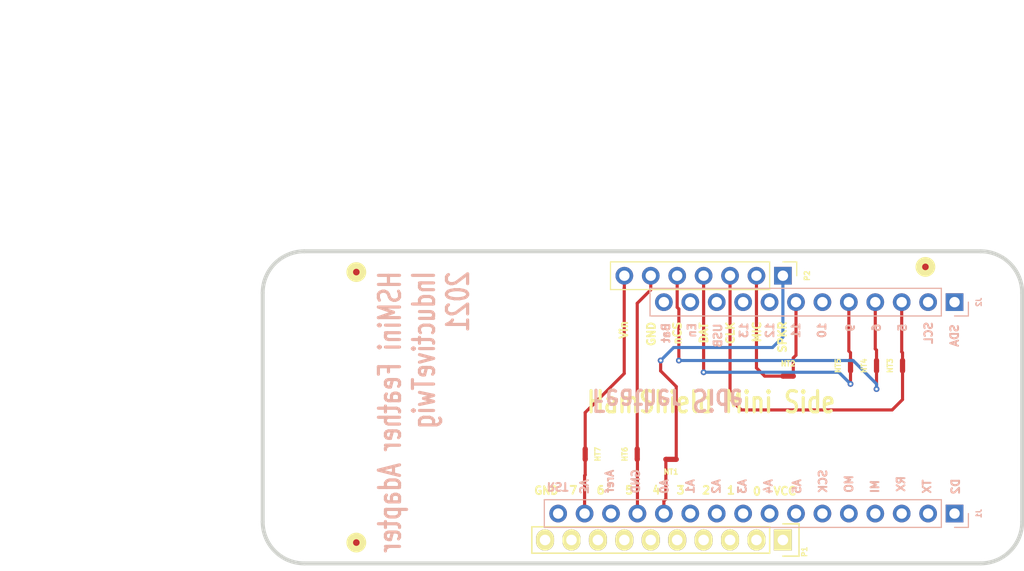
<source format=kicad_pcb>
(kicad_pcb (version 20171130) (host pcbnew "(5.1.2)-2")

  (general
    (thickness 1.6002)
    (drawings 58)
    (tracks 60)
    (zones 0)
    (modules 18)
    (nets 14)
  )

  (page A4)
  (layers
    (0 Front signal)
    (31 Back signal)
    (32 B.Adhes user)
    (33 F.Adhes user)
    (34 B.Paste user)
    (35 F.Paste user)
    (36 B.SilkS user)
    (37 F.SilkS user)
    (38 B.Mask user)
    (39 F.Mask user)
    (40 Dwgs.User user)
    (41 Cmts.User user)
    (42 Eco1.User user)
    (43 Eco2.User user)
    (44 Edge.Cuts user)
    (45 Margin user)
    (46 B.CrtYd user)
    (47 F.CrtYd user)
    (48 B.Fab user)
    (49 F.Fab user)
  )

  (setup
    (last_trace_width 0.3)
    (user_trace_width 0.14986)
    (user_trace_width 0.17526)
    (user_trace_width 0.20066)
    (user_trace_width 0.22606)
    (user_trace_width 0.24892)
    (user_trace_width 0.39878)
    (user_trace_width 0.45)
    (user_trace_width 0.5)
    (trace_clearance 0.20066)
    (zone_clearance 0.2)
    (zone_45_only yes)
    (trace_min 0.14986)
    (via_size 0.5588)
    (via_drill 0.254)
    (via_min_size 0.508)
    (via_min_drill 0.2032)
    (uvia_size 0.508)
    (uvia_drill 0.127)
    (uvias_allowed no)
    (uvia_min_size 0.508)
    (uvia_min_drill 0.127)
    (edge_width 0.381)
    (segment_width 0.381)
    (pcb_text_width 0.3048)
    (pcb_text_size 1.524 2.032)
    (mod_edge_width 0.15)
    (mod_text_size 0.5 0.5)
    (mod_text_width 0.125)
    (pad_size 0.8382 0.8382)
    (pad_drill 0.331)
    (pad_to_mask_clearance 0.125)
    (aux_axis_origin 73 150)
    (grid_origin 73 150)
    (visible_elements 7FFFFF7F)
    (pcbplotparams
      (layerselection 0x010fc_ffffffff)
      (usegerberextensions true)
      (usegerberattributes false)
      (usegerberadvancedattributes false)
      (creategerberjobfile false)
      (excludeedgelayer true)
      (linewidth 0.150000)
      (plotframeref false)
      (viasonmask false)
      (mode 1)
      (useauxorigin true)
      (hpglpennumber 1)
      (hpglpenspeed 20)
      (hpglpendiameter 15.000000)
      (psnegative false)
      (psa4output false)
      (plotreference true)
      (plotvalue false)
      (plotinvisibletext false)
      (padsonsilk true)
      (subtractmaskfromsilk true)
      (outputformat 1)
      (mirror false)
      (drillshape 0)
      (scaleselection 1)
      (outputdirectory "HSMiniFeatherAdapter_gerbers"))
  )

  (net 0 "")
  (net 1 GND)
  (net 2 VIN)
  (net 3 /nCS)
  (net 4 /DAT)
  (net 5 /CLK)
  (net 6 /PWM_AUDIO_IN)
  (net 7 /ARD_AUDIO_OUT)
  (net 8 /3V)
  (net 9 /A0)
  (net 10 /11)
  (net 11 /9)
  (net 12 /6)
  (net 13 /5)

  (net_class Default "This is the default net class."
    (clearance 0.20066)
    (trace_width 0.3)
    (via_dia 0.5588)
    (via_drill 0.254)
    (uvia_dia 0.508)
    (uvia_drill 0.127)
    (add_net /11)
    (add_net /3V)
    (add_net /5)
    (add_net /6)
    (add_net /9)
    (add_net /A0)
    (add_net /ARD_AUDIO_OUT)
    (add_net /CLK)
    (add_net /DAT)
    (add_net /PWM_AUDIO_IN)
    (add_net /nCS)
    (add_net GND)
    (add_net VIN)
  )

  (module Pin_Headers:Pin_Header_Straight_1x07_Pitch2.54mm (layer Front) (tedit 59650532) (tstamp 5FFE49AE)
    (at 123 122.35 270)
    (descr "Through hole straight pin header, 1x07, 2.54mm pitch, single row")
    (tags "Through hole pin header THT 1x07 2.54mm single row")
    (path /60005B46)
    (fp_text reference P2 (at 0 -2.33 90) (layer F.SilkS)
      (effects (font (size 0.5 0.5) (thickness 0.15)))
    )
    (fp_text value Conn_01x07 (at 0 17.57 90) (layer F.Fab)
      (effects (font (size 0.5 0.5) (thickness 0.15)))
    )
    (fp_text user %R (at 0 7.62) (layer F.Fab)
      (effects (font (size 0.5 0.5) (thickness 0.15)))
    )
    (fp_line (start 1.8 -1.8) (end -1.8 -1.8) (layer F.CrtYd) (width 0.05))
    (fp_line (start 1.8 17.05) (end 1.8 -1.8) (layer F.CrtYd) (width 0.05))
    (fp_line (start -1.8 17.05) (end 1.8 17.05) (layer F.CrtYd) (width 0.05))
    (fp_line (start -1.8 -1.8) (end -1.8 17.05) (layer F.CrtYd) (width 0.05))
    (fp_line (start -1.33 -1.33) (end 0 -1.33) (layer F.SilkS) (width 0.12))
    (fp_line (start -1.33 0) (end -1.33 -1.33) (layer F.SilkS) (width 0.12))
    (fp_line (start -1.33 1.27) (end 1.33 1.27) (layer F.SilkS) (width 0.12))
    (fp_line (start 1.33 1.27) (end 1.33 16.57) (layer F.SilkS) (width 0.12))
    (fp_line (start -1.33 1.27) (end -1.33 16.57) (layer F.SilkS) (width 0.12))
    (fp_line (start -1.33 16.57) (end 1.33 16.57) (layer F.SilkS) (width 0.12))
    (fp_line (start -1.27 -0.635) (end -0.635 -1.27) (layer F.Fab) (width 0.1))
    (fp_line (start -1.27 16.51) (end -1.27 -0.635) (layer F.Fab) (width 0.1))
    (fp_line (start 1.27 16.51) (end -1.27 16.51) (layer F.Fab) (width 0.1))
    (fp_line (start 1.27 -1.27) (end 1.27 16.51) (layer F.Fab) (width 0.1))
    (fp_line (start -0.635 -1.27) (end 1.27 -1.27) (layer F.Fab) (width 0.1))
    (pad 7 thru_hole oval (at 0 15.24 270) (size 1.7 1.7) (drill 1) (layers *.Cu *.Mask)
      (net 2 VIN))
    (pad 6 thru_hole oval (at 0 12.7 270) (size 1.7 1.7) (drill 1) (layers *.Cu *.Mask)
      (net 1 GND))
    (pad 5 thru_hole oval (at 0 10.16 270) (size 1.7 1.7) (drill 1) (layers *.Cu *.Mask)
      (net 3 /nCS))
    (pad 4 thru_hole oval (at 0 7.62 270) (size 1.7 1.7) (drill 1) (layers *.Cu *.Mask)
      (net 4 /DAT))
    (pad 3 thru_hole oval (at 0 5.08 270) (size 1.7 1.7) (drill 1) (layers *.Cu *.Mask)
      (net 5 /CLK))
    (pad 2 thru_hole oval (at 0 2.54 270) (size 1.7 1.7) (drill 1) (layers *.Cu *.Mask)
      (net 6 /PWM_AUDIO_IN))
    (pad 1 thru_hole rect (at 0 0 270) (size 1.7 1.7) (drill 1) (layers *.Cu *.Mask)
      (net 7 /ARD_AUDIO_OUT))
    (model ${KISYS3DMOD}/Pin_Headers.3dshapes/Pin_Header_Straight_1x07_Pitch2.54mm.wrl
      (at (xyz 0 0 0))
      (scale (xyz 1 1 1))
      (rotate (xyz 0 0 0))
    )
  )

  (module SparkFun:SparkFun-FIDUCIAL-1X2.5 (layer Front) (tedit 5A949DF6) (tstamp 560AD349)
    (at 136.7 121.5 270)
    (path /560ADEDD)
    (attr smd)
    (fp_text reference FD1 (at 0 0 270) (layer F.SilkS) hide
      (effects (font (size 0.5 0.5) (thickness 0.125)))
    )
    (fp_text value FIDUCIAL1X2.5 (at 0 0 270) (layer F.SilkS) hide
      (effects (font (size 0.5 0.5) (thickness 0.125)))
    )
    (fp_circle (center 0 0) (end -0.44958 0.44958) (layer F.SilkS) (width 0.635))
    (pad 1 smd circle (at 0 0 270) (size 0.99822 0.99822) (layers Front F.Paste F.Mask))
  )

  (module Pin_Headers:Pin_Header_Straight_1x10 locked (layer Front) (tedit 5A94950C) (tstamp 55BFE168)
    (at 123 147.75 270)
    (descr "Through hole pin header")
    (tags "pin header")
    (path /5B8C94D1)
    (fp_text reference P1 (at 1.135 -2.075 90) (layer F.SilkS)
      (effects (font (size 0.5 0.5) (thickness 0.125)))
    )
    (fp_text value Conn_01x10 (at 0 -3.1 270) (layer F.Fab)
      (effects (font (size 0.5 0.5) (thickness 0.125)))
    )
    (fp_line (start -1.75 -1.75) (end -1.75 24.65) (layer F.CrtYd) (width 0.05))
    (fp_line (start 1.75 -1.75) (end 1.75 24.65) (layer F.CrtYd) (width 0.05))
    (fp_line (start -1.75 -1.75) (end 1.75 -1.75) (layer F.CrtYd) (width 0.05))
    (fp_line (start -1.75 24.65) (end 1.75 24.65) (layer F.CrtYd) (width 0.05))
    (fp_line (start 1.27 1.27) (end 1.27 24.13) (layer F.SilkS) (width 0.15))
    (fp_line (start 1.27 24.13) (end -1.27 24.13) (layer F.SilkS) (width 0.15))
    (fp_line (start -1.27 24.13) (end -1.27 1.27) (layer F.SilkS) (width 0.15))
    (fp_line (start 1.55 -1.55) (end 1.55 0) (layer F.SilkS) (width 0.15))
    (fp_line (start 1.27 1.27) (end -1.27 1.27) (layer F.SilkS) (width 0.15))
    (fp_line (start -1.55 0) (end -1.55 -1.55) (layer F.SilkS) (width 0.15))
    (fp_line (start -1.55 -1.55) (end 1.55 -1.55) (layer F.SilkS) (width 0.15))
    (pad 1 thru_hole rect (at 0 0 270) (size 2.032 1.7272) (drill 1.016) (layers *.Cu *.Mask F.SilkS))
    (pad 2 thru_hole oval (at 0 2.54 270) (size 2.032 1.7272) (drill 1.016) (layers *.Cu *.Mask F.SilkS))
    (pad 3 thru_hole oval (at 0 5.08 270) (size 2.032 1.7272) (drill 1.016) (layers *.Cu *.Mask F.SilkS))
    (pad 4 thru_hole oval (at 0 7.62 270) (size 2.032 1.7272) (drill 1.016) (layers *.Cu *.Mask F.SilkS))
    (pad 5 thru_hole oval (at 0 10.16 270) (size 2.032 1.7272) (drill 1.016) (layers *.Cu *.Mask F.SilkS))
    (pad 6 thru_hole oval (at 0 12.7 270) (size 2.032 1.7272) (drill 1.016) (layers *.Cu *.Mask F.SilkS))
    (pad 7 thru_hole oval (at 0 15.24 270) (size 2.032 1.7272) (drill 1.016) (layers *.Cu *.Mask F.SilkS))
    (pad 8 thru_hole oval (at 0 17.78 270) (size 2.032 1.7272) (drill 1.016) (layers *.Cu *.Mask F.SilkS))
    (pad 9 thru_hole oval (at 0 20.32 270) (size 2.032 1.7272) (drill 1.016) (layers *.Cu *.Mask F.SilkS))
    (pad 10 thru_hole oval (at 0 22.86 270) (size 2.032 1.7272) (drill 1.016) (layers *.Cu *.Mask F.SilkS)
      (net 1 GND))
    (model Pin_Headers.3dshapes/Pin_Header_Straight_1x10.wrl
      (offset (xyz 0 -11.42999982833862 0))
      (scale (xyz 1 1 1))
      (rotate (xyz 0 0 90))
    )
  )

  (module SparkFun:SparkFun-FIDUCIAL-1X2.5 (layer Front) (tedit 5A949DF0) (tstamp 560AD34E)
    (at 82 148 90)
    (path /560AE065)
    (attr smd)
    (fp_text reference FD2 (at 0 0 90) (layer F.SilkS) hide
      (effects (font (size 0.5 0.5) (thickness 0.125)))
    )
    (fp_text value FIDUCIAL1X2.5 (at 0 0 90) (layer F.SilkS) hide
      (effects (font (size 0.5 0.5) (thickness 0.125)))
    )
    (fp_circle (center 0 0) (end -0.44958 0.44958) (layer F.SilkS) (width 0.635))
    (pad 1 smd circle (at -0.05 0 90) (size 0.99822 0.99822) (layers Front F.Paste F.Mask))
  )

  (module SparkFun:SparkFun-FIDUCIAL-1X2.5 (layer Front) (tedit 5A949DE7) (tstamp 59754243)
    (at 82 122)
    (path /59795BE7)
    (attr smd)
    (fp_text reference FD3 (at 0 0) (layer F.SilkS) hide
      (effects (font (size 0.5 0.5) (thickness 0.125)))
    )
    (fp_text value FIDUCIAL1X2.5 (at 0 0) (layer F.SilkS) hide
      (effects (font (size 0.5 0.5) (thickness 0.125)))
    )
    (fp_circle (center 0 0) (end -0.44958 0.44958) (layer F.SilkS) (width 0.635))
    (pad 1 smd circle (at 0 0) (size 0.99822 0.99822) (layers Front F.Paste F.Mask))
  )

  (module Mounting_Holes:MountingHole_3.2mm_M3 (layer Front) (tedit 5A94A04B) (tstamp 5A94EF95)
    (at 77 124)
    (descr "Mounting Hole 3.2mm, no annular, M3")
    (tags "mounting hole 3.2mm no annular m3")
    (path /5B8C9926)
    (attr virtual)
    (fp_text reference MK1 (at 0 -4.2) (layer F.SilkS) hide
      (effects (font (size 0.5 0.5) (thickness 0.125)))
    )
    (fp_text value MountingHole (at 0 4.2) (layer F.Fab)
      (effects (font (size 0.5 0.5) (thickness 0.125)))
    )
    (fp_text user %R (at 0.3 0) (layer F.Fab)
      (effects (font (size 0.5 0.5) (thickness 0.15)))
    )
    (fp_circle (center 0 0) (end 3.2 0) (layer Cmts.User) (width 0.15))
    (fp_circle (center 0 0) (end 3.45 0) (layer F.CrtYd) (width 0.05))
    (pad 1 np_thru_hole circle (at 0 0) (size 3.2 3.2) (drill 3.2) (layers *.Cu *.Mask))
  )

  (module Mounting_Holes:MountingHole_3.2mm_M3 (layer Front) (tedit 5A94A04F) (tstamp 5A94EF9A)
    (at 77 146)
    (descr "Mounting Hole 3.2mm, no annular, M3")
    (tags "mounting hole 3.2mm no annular m3")
    (path /5B8C9A7F)
    (attr virtual)
    (fp_text reference MK2 (at 0 -4.2) (layer F.SilkS) hide
      (effects (font (size 0.5 0.5) (thickness 0.125)))
    )
    (fp_text value MountingHole (at 0 4.2) (layer F.Fab)
      (effects (font (size 0.5 0.5) (thickness 0.125)))
    )
    (fp_text user %R (at 0.3 0) (layer F.Fab)
      (effects (font (size 0.5 0.5) (thickness 0.15)))
    )
    (fp_circle (center 0 0) (end 3.2 0) (layer Cmts.User) (width 0.15))
    (fp_circle (center 0 0) (end 3.45 0) (layer F.CrtYd) (width 0.05))
    (pad 1 np_thru_hole circle (at 0 0) (size 3.2 3.2) (drill 3.2) (layers *.Cu *.Mask))
  )

  (module Pin_Headers:Pin_Header_Straight_1x16_Pitch2.54mm (layer Back) (tedit 59650532) (tstamp 600482D0)
    (at 139.5 145.21 90)
    (descr "Through hole straight pin header, 1x16, 2.54mm pitch, single row")
    (tags "Through hole pin header THT 1x16 2.54mm single row")
    (path /6003B1DD)
    (fp_text reference J1 (at 0 2.33 90) (layer B.SilkS)
      (effects (font (size 0.5 0.5) (thickness 0.15)) (justify mirror))
    )
    (fp_text value Conn_01x16 (at 0 -40.43 90) (layer B.Fab)
      (effects (font (size 0.5 0.5) (thickness 0.15)) (justify mirror))
    )
    (fp_line (start -0.635 1.27) (end 1.27 1.27) (layer B.Fab) (width 0.1))
    (fp_line (start 1.27 1.27) (end 1.27 -39.37) (layer B.Fab) (width 0.1))
    (fp_line (start 1.27 -39.37) (end -1.27 -39.37) (layer B.Fab) (width 0.1))
    (fp_line (start -1.27 -39.37) (end -1.27 0.635) (layer B.Fab) (width 0.1))
    (fp_line (start -1.27 0.635) (end -0.635 1.27) (layer B.Fab) (width 0.1))
    (fp_line (start -1.33 -39.43) (end 1.33 -39.43) (layer B.SilkS) (width 0.12))
    (fp_line (start -1.33 -1.27) (end -1.33 -39.43) (layer B.SilkS) (width 0.12))
    (fp_line (start 1.33 -1.27) (end 1.33 -39.43) (layer B.SilkS) (width 0.12))
    (fp_line (start -1.33 -1.27) (end 1.33 -1.27) (layer B.SilkS) (width 0.12))
    (fp_line (start -1.33 0) (end -1.33 1.33) (layer B.SilkS) (width 0.12))
    (fp_line (start -1.33 1.33) (end 0 1.33) (layer B.SilkS) (width 0.12))
    (fp_line (start -1.8 1.8) (end -1.8 -39.9) (layer B.CrtYd) (width 0.05))
    (fp_line (start -1.8 -39.9) (end 1.8 -39.9) (layer B.CrtYd) (width 0.05))
    (fp_line (start 1.8 -39.9) (end 1.8 1.8) (layer B.CrtYd) (width 0.05))
    (fp_line (start 1.8 1.8) (end -1.8 1.8) (layer B.CrtYd) (width 0.05))
    (fp_text user %R (at 0 -19.05 180) (layer B.Fab)
      (effects (font (size 0.5 0.5) (thickness 0.15)) (justify mirror))
    )
    (pad 1 thru_hole rect (at 0 0 90) (size 1.7 1.7) (drill 1) (layers *.Cu *.Mask))
    (pad 2 thru_hole oval (at 0 -2.54 90) (size 1.7 1.7) (drill 1) (layers *.Cu *.Mask))
    (pad 3 thru_hole oval (at 0 -5.08 90) (size 1.7 1.7) (drill 1) (layers *.Cu *.Mask))
    (pad 4 thru_hole oval (at 0 -7.62 90) (size 1.7 1.7) (drill 1) (layers *.Cu *.Mask))
    (pad 5 thru_hole oval (at 0 -10.16 90) (size 1.7 1.7) (drill 1) (layers *.Cu *.Mask))
    (pad 6 thru_hole oval (at 0 -12.7 90) (size 1.7 1.7) (drill 1) (layers *.Cu *.Mask))
    (pad 7 thru_hole oval (at 0 -15.24 90) (size 1.7 1.7) (drill 1) (layers *.Cu *.Mask))
    (pad 8 thru_hole oval (at 0 -17.78 90) (size 1.7 1.7) (drill 1) (layers *.Cu *.Mask))
    (pad 9 thru_hole oval (at 0 -20.32 90) (size 1.7 1.7) (drill 1) (layers *.Cu *.Mask))
    (pad 10 thru_hole oval (at 0 -22.86 90) (size 1.7 1.7) (drill 1) (layers *.Cu *.Mask))
    (pad 11 thru_hole oval (at 0 -25.4 90) (size 1.7 1.7) (drill 1) (layers *.Cu *.Mask))
    (pad 12 thru_hole oval (at 0 -27.94 90) (size 1.7 1.7) (drill 1) (layers *.Cu *.Mask)
      (net 9 /A0))
    (pad 13 thru_hole oval (at 0 -30.48 90) (size 1.7 1.7) (drill 1) (layers *.Cu *.Mask)
      (net 1 GND))
    (pad 14 thru_hole oval (at 0 -33.02 90) (size 1.7 1.7) (drill 1) (layers *.Cu *.Mask))
    (pad 15 thru_hole oval (at 0 -35.56 90) (size 1.7 1.7) (drill 1) (layers *.Cu *.Mask)
      (net 8 /3V))
    (pad 16 thru_hole oval (at 0 -38.1 90) (size 1.7 1.7) (drill 1) (layers *.Cu *.Mask))
    (model ${KISYS3DMOD}/Pin_Headers.3dshapes/Pin_Header_Straight_1x16_Pitch2.54mm.wrl
      (at (xyz 0 0 0))
      (scale (xyz 1 1 1))
      (rotate (xyz 0 0 0))
    )
  )

  (module Pin_Headers:Pin_Header_Straight_1x12_Pitch2.54mm (layer Back) (tedit 59650532) (tstamp 60048899)
    (at 139.5 124.89 90)
    (descr "Through hole straight pin header, 1x12, 2.54mm pitch, single row")
    (tags "Through hole pin header THT 1x12 2.54mm single row")
    (path /60032B19)
    (fp_text reference J2 (at 0 2.33 90) (layer B.SilkS)
      (effects (font (size 0.5 0.5) (thickness 0.15)) (justify mirror))
    )
    (fp_text value Conn_01x12 (at 0 -30.27 90) (layer B.Fab)
      (effects (font (size 0.5 0.5) (thickness 0.15)) (justify mirror))
    )
    (fp_text user %R (at 0 -13.97 180) (layer B.Fab)
      (effects (font (size 0.5 0.5) (thickness 0.15)) (justify mirror))
    )
    (fp_line (start 1.8 1.8) (end -1.8 1.8) (layer B.CrtYd) (width 0.05))
    (fp_line (start 1.8 -29.75) (end 1.8 1.8) (layer B.CrtYd) (width 0.05))
    (fp_line (start -1.8 -29.75) (end 1.8 -29.75) (layer B.CrtYd) (width 0.05))
    (fp_line (start -1.8 1.8) (end -1.8 -29.75) (layer B.CrtYd) (width 0.05))
    (fp_line (start -1.33 1.33) (end 0 1.33) (layer B.SilkS) (width 0.12))
    (fp_line (start -1.33 0) (end -1.33 1.33) (layer B.SilkS) (width 0.12))
    (fp_line (start -1.33 -1.27) (end 1.33 -1.27) (layer B.SilkS) (width 0.12))
    (fp_line (start 1.33 -1.27) (end 1.33 -29.27) (layer B.SilkS) (width 0.12))
    (fp_line (start -1.33 -1.27) (end -1.33 -29.27) (layer B.SilkS) (width 0.12))
    (fp_line (start -1.33 -29.27) (end 1.33 -29.27) (layer B.SilkS) (width 0.12))
    (fp_line (start -1.27 0.635) (end -0.635 1.27) (layer B.Fab) (width 0.1))
    (fp_line (start -1.27 -29.21) (end -1.27 0.635) (layer B.Fab) (width 0.1))
    (fp_line (start 1.27 -29.21) (end -1.27 -29.21) (layer B.Fab) (width 0.1))
    (fp_line (start 1.27 1.27) (end 1.27 -29.21) (layer B.Fab) (width 0.1))
    (fp_line (start -0.635 1.27) (end 1.27 1.27) (layer B.Fab) (width 0.1))
    (pad 12 thru_hole oval (at 0 -27.94 90) (size 1.7 1.7) (drill 1) (layers *.Cu *.Mask))
    (pad 11 thru_hole oval (at 0 -25.4 90) (size 1.7 1.7) (drill 1) (layers *.Cu *.Mask))
    (pad 10 thru_hole oval (at 0 -22.86 90) (size 1.7 1.7) (drill 1) (layers *.Cu *.Mask))
    (pad 9 thru_hole oval (at 0 -20.32 90) (size 1.7 1.7) (drill 1) (layers *.Cu *.Mask))
    (pad 8 thru_hole oval (at 0 -17.78 90) (size 1.7 1.7) (drill 1) (layers *.Cu *.Mask))
    (pad 7 thru_hole oval (at 0 -15.24 90) (size 1.7 1.7) (drill 1) (layers *.Cu *.Mask)
      (net 10 /11))
    (pad 6 thru_hole oval (at 0 -12.7 90) (size 1.7 1.7) (drill 1) (layers *.Cu *.Mask))
    (pad 5 thru_hole oval (at 0 -10.16 90) (size 1.7 1.7) (drill 1) (layers *.Cu *.Mask)
      (net 11 /9))
    (pad 4 thru_hole oval (at 0 -7.62 90) (size 1.7 1.7) (drill 1) (layers *.Cu *.Mask)
      (net 12 /6))
    (pad 3 thru_hole oval (at 0 -5.08 90) (size 1.7 1.7) (drill 1) (layers *.Cu *.Mask)
      (net 13 /5))
    (pad 2 thru_hole oval (at 0 -2.54 90) (size 1.7 1.7) (drill 1) (layers *.Cu *.Mask))
    (pad 1 thru_hole rect (at 0 0 90) (size 1.7 1.7) (drill 1) (layers *.Cu *.Mask))
    (model ${KISYS3DMOD}/Pin_Headers.3dshapes/Pin_Header_Straight_1x12_Pitch2.54mm.wrl
      (at (xyz 0 0 0))
      (scale (xyz 1 1 1))
      (rotate (xyz 0 0 0))
    )
  )

  (module Mounting_Holes:MountingHole_3.2mm_M3 (layer Front) (tedit 56D1B4CB) (tstamp 60048EC6)
    (at 97.59 143.94)
    (descr "Mounting Hole 3.2mm, no annular, M3")
    (tags "mounting hole 3.2mm no annular m3")
    (path /6007DFA1)
    (attr virtual)
    (fp_text reference MK3 (at 0 -4.2) (layer F.SilkS) hide
      (effects (font (size 0.5 0.5) (thickness 0.15)))
    )
    (fp_text value MountingHole (at 0 4.2) (layer F.Fab)
      (effects (font (size 0.5 0.5) (thickness 0.15)))
    )
    (fp_circle (center 0 0) (end 3.45 0) (layer F.CrtYd) (width 0.05))
    (fp_circle (center 0 0) (end 3.2 0) (layer Cmts.User) (width 0.15))
    (fp_text user %R (at 0.3 0) (layer F.Fab)
      (effects (font (size 0.5 0.5) (thickness 0.15)))
    )
    (pad 1 np_thru_hole circle (at 0 0) (size 3.2 3.2) (drill 3.2) (layers *.Cu *.Mask))
  )

  (module Mounting_Holes:MountingHole_3.2mm_M3 (layer Front) (tedit 56D1B4CB) (tstamp 60048ECE)
    (at 97.59 127.43)
    (descr "Mounting Hole 3.2mm, no annular, M3")
    (tags "mounting hole 3.2mm no annular m3")
    (path /6007DFA7)
    (attr virtual)
    (fp_text reference MK4 (at 0 -4.2) (layer F.SilkS) hide
      (effects (font (size 0.5 0.5) (thickness 0.15)))
    )
    (fp_text value MountingHole (at 0 4.2) (layer F.Fab)
      (effects (font (size 0.5 0.5) (thickness 0.15)))
    )
    (fp_text user %R (at 0.3 0) (layer F.Fab)
      (effects (font (size 0.5 0.5) (thickness 0.15)))
    )
    (fp_circle (center 0 0) (end 3.2 0) (layer Cmts.User) (width 0.15))
    (fp_circle (center 0 0) (end 3.45 0) (layer F.CrtYd) (width 0.05))
    (pad 1 np_thru_hole circle (at 0 0) (size 3.2 3.2) (drill 3.2) (layers *.Cu *.Mask))
  )

  (module NetTie:NetTie-2_SMD_Pad0.5mm (layer Front) (tedit 5A1CF6D3) (tstamp 6005F798)
    (at 112.25 140 180)
    (descr "Net tie, 2 pin, 0.5mm square SMD pads")
    (tags "net tie")
    (path /6004AA15)
    (attr virtual)
    (fp_text reference NT1 (at 0 -1.2) (layer F.SilkS)
      (effects (font (size 0.5 0.5) (thickness 0.15)))
    )
    (fp_text value Net-Tie_2 (at 0 1.2) (layer F.Fab)
      (effects (font (size 0.5 0.5) (thickness 0.15)))
    )
    (fp_line (start -1 -0.5) (end -1 0.5) (layer F.CrtYd) (width 0.05))
    (fp_line (start -1 0.5) (end 1 0.5) (layer F.CrtYd) (width 0.05))
    (fp_line (start 1 0.5) (end 1 -0.5) (layer F.CrtYd) (width 0.05))
    (fp_line (start 1 -0.5) (end -1 -0.5) (layer F.CrtYd) (width 0.05))
    (fp_poly (pts (xy -0.5 -0.25) (xy 0.5 -0.25) (xy 0.5 0.25) (xy -0.5 0.25)) (layer Front) (width 0))
    (pad 2 smd circle (at 0.5 0 180) (size 0.5 0.5) (layers Front)
      (net 9 /A0))
    (pad 1 smd circle (at -0.5 0 180) (size 0.5 0.5) (layers Front)
      (net 7 /ARD_AUDIO_OUT))
  )

  (module NetTie:NetTie-2_SMD_Pad0.5mm (layer Front) (tedit 5A1CF6D3) (tstamp 6005F7A2)
    (at 123.5 132)
    (descr "Net tie, 2 pin, 0.5mm square SMD pads")
    (tags "net tie")
    (path /60040A10)
    (attr virtual)
    (fp_text reference NT2 (at 0 -1.2) (layer F.SilkS)
      (effects (font (size 0.5 0.5) (thickness 0.15)))
    )
    (fp_text value Net-Tie_2 (at 0 1.2) (layer F.Fab)
      (effects (font (size 0.5 0.5) (thickness 0.15)))
    )
    (fp_poly (pts (xy -0.5 -0.25) (xy 0.5 -0.25) (xy 0.5 0.25) (xy -0.5 0.25)) (layer Front) (width 0))
    (fp_line (start 1 -0.5) (end -1 -0.5) (layer F.CrtYd) (width 0.05))
    (fp_line (start 1 0.5) (end 1 -0.5) (layer F.CrtYd) (width 0.05))
    (fp_line (start -1 0.5) (end 1 0.5) (layer F.CrtYd) (width 0.05))
    (fp_line (start -1 -0.5) (end -1 0.5) (layer F.CrtYd) (width 0.05))
    (pad 1 smd circle (at -0.5 0) (size 0.5 0.5) (layers Front)
      (net 6 /PWM_AUDIO_IN))
    (pad 2 smd circle (at 0.5 0) (size 0.5 0.5) (layers Front)
      (net 10 /11))
  )

  (module NetTie:NetTie-2_SMD_Pad0.5mm (layer Front) (tedit 5A1CF6D3) (tstamp 6005F7AC)
    (at 134.5 131 90)
    (descr "Net tie, 2 pin, 0.5mm square SMD pads")
    (tags "net tie")
    (path /60043D10)
    (attr virtual)
    (fp_text reference NT3 (at 0 -1.2 90) (layer F.SilkS)
      (effects (font (size 0.5 0.5) (thickness 0.15)))
    )
    (fp_text value Net-Tie_2 (at 0 1.2 90) (layer F.Fab)
      (effects (font (size 0.5 0.5) (thickness 0.15)))
    )
    (fp_poly (pts (xy -0.5 -0.25) (xy 0.5 -0.25) (xy 0.5 0.25) (xy -0.5 0.25)) (layer Front) (width 0))
    (fp_line (start 1 -0.5) (end -1 -0.5) (layer F.CrtYd) (width 0.05))
    (fp_line (start 1 0.5) (end 1 -0.5) (layer F.CrtYd) (width 0.05))
    (fp_line (start -1 0.5) (end 1 0.5) (layer F.CrtYd) (width 0.05))
    (fp_line (start -1 -0.5) (end -1 0.5) (layer F.CrtYd) (width 0.05))
    (pad 1 smd circle (at -0.5 0 90) (size 0.5 0.5) (layers Front)
      (net 5 /CLK))
    (pad 2 smd circle (at 0.5 0 90) (size 0.5 0.5) (layers Front)
      (net 13 /5))
  )

  (module NetTie:NetTie-2_SMD_Pad0.5mm (layer Front) (tedit 5A1CF6D3) (tstamp 6005F7B6)
    (at 132 131 90)
    (descr "Net tie, 2 pin, 0.5mm square SMD pads")
    (tags "net tie")
    (path /600462AE)
    (attr virtual)
    (fp_text reference NT4 (at 0 -1.2 90) (layer F.SilkS)
      (effects (font (size 0.5 0.5) (thickness 0.15)))
    )
    (fp_text value Net-Tie_2 (at 0 1.2 90) (layer F.Fab)
      (effects (font (size 0.5 0.5) (thickness 0.15)))
    )
    (fp_line (start -1 -0.5) (end -1 0.5) (layer F.CrtYd) (width 0.05))
    (fp_line (start -1 0.5) (end 1 0.5) (layer F.CrtYd) (width 0.05))
    (fp_line (start 1 0.5) (end 1 -0.5) (layer F.CrtYd) (width 0.05))
    (fp_line (start 1 -0.5) (end -1 -0.5) (layer F.CrtYd) (width 0.05))
    (fp_poly (pts (xy -0.5 -0.25) (xy 0.5 -0.25) (xy 0.5 0.25) (xy -0.5 0.25)) (layer Front) (width 0))
    (pad 2 smd circle (at 0.5 0 90) (size 0.5 0.5) (layers Front)
      (net 12 /6))
    (pad 1 smd circle (at -0.5 0 90) (size 0.5 0.5) (layers Front)
      (net 3 /nCS))
  )

  (module NetTie:NetTie-2_SMD_Pad0.5mm (layer Front) (tedit 5A1CF6D3) (tstamp 6005F7C0)
    (at 129.5 131 90)
    (descr "Net tie, 2 pin, 0.5mm square SMD pads")
    (tags "net tie")
    (path /600462B6)
    (attr virtual)
    (fp_text reference NT5 (at 0 -1.2 90) (layer F.SilkS)
      (effects (font (size 0.5 0.5) (thickness 0.15)))
    )
    (fp_text value Net-Tie_2 (at 0 1.2 90) (layer F.Fab)
      (effects (font (size 0.5 0.5) (thickness 0.15)))
    )
    (fp_poly (pts (xy -0.5 -0.25) (xy 0.5 -0.25) (xy 0.5 0.25) (xy -0.5 0.25)) (layer Front) (width 0))
    (fp_line (start 1 -0.5) (end -1 -0.5) (layer F.CrtYd) (width 0.05))
    (fp_line (start 1 0.5) (end 1 -0.5) (layer F.CrtYd) (width 0.05))
    (fp_line (start -1 0.5) (end 1 0.5) (layer F.CrtYd) (width 0.05))
    (fp_line (start -1 -0.5) (end -1 0.5) (layer F.CrtYd) (width 0.05))
    (pad 1 smd circle (at -0.5 0 90) (size 0.5 0.5) (layers Front)
      (net 4 /DAT))
    (pad 2 smd circle (at 0.5 0 90) (size 0.5 0.5) (layers Front)
      (net 11 /9))
  )

  (module NetTie:NetTie-2_SMD_Pad0.5mm (layer Front) (tedit 5A1CF6D3) (tstamp 6005F7CA)
    (at 109 139.5 90)
    (descr "Net tie, 2 pin, 0.5mm square SMD pads")
    (tags "net tie")
    (path /60048607)
    (attr virtual)
    (fp_text reference NT6 (at 0 -1.2 90) (layer F.SilkS)
      (effects (font (size 0.5 0.5) (thickness 0.15)))
    )
    (fp_text value Net-Tie_2 (at 0 1.2 90) (layer F.Fab)
      (effects (font (size 0.5 0.5) (thickness 0.15)))
    )
    (fp_line (start -1 -0.5) (end -1 0.5) (layer F.CrtYd) (width 0.05))
    (fp_line (start -1 0.5) (end 1 0.5) (layer F.CrtYd) (width 0.05))
    (fp_line (start 1 0.5) (end 1 -0.5) (layer F.CrtYd) (width 0.05))
    (fp_line (start 1 -0.5) (end -1 -0.5) (layer F.CrtYd) (width 0.05))
    (fp_poly (pts (xy -0.5 -0.25) (xy 0.5 -0.25) (xy 0.5 0.25) (xy -0.5 0.25)) (layer Front) (width 0))
    (pad 2 smd circle (at 0.5 0 90) (size 0.5 0.5) (layers Front)
      (net 1 GND))
    (pad 1 smd circle (at -0.5 0 90) (size 0.5 0.5) (layers Front)
      (net 1 GND))
  )

  (module NetTie:NetTie-2_SMD_Pad0.5mm (layer Front) (tedit 5A1CF6D3) (tstamp 6005F7D4)
    (at 104 139.5 270)
    (descr "Net tie, 2 pin, 0.5mm square SMD pads")
    (tags "net tie")
    (path /6004860F)
    (attr virtual)
    (fp_text reference NT7 (at 0 -1.2 90) (layer F.SilkS)
      (effects (font (size 0.5 0.5) (thickness 0.15)))
    )
    (fp_text value Net-Tie_2 (at 0 1.2 90) (layer F.Fab)
      (effects (font (size 0.5 0.5) (thickness 0.15)))
    )
    (fp_poly (pts (xy -0.5 -0.25) (xy 0.5 -0.25) (xy 0.5 0.25) (xy -0.5 0.25)) (layer Front) (width 0))
    (fp_line (start 1 -0.5) (end -1 -0.5) (layer F.CrtYd) (width 0.05))
    (fp_line (start 1 0.5) (end 1 -0.5) (layer F.CrtYd) (width 0.05))
    (fp_line (start -1 0.5) (end 1 0.5) (layer F.CrtYd) (width 0.05))
    (fp_line (start -1 -0.5) (end -1 0.5) (layer F.CrtYd) (width 0.05))
    (pad 1 smd circle (at -0.5 0 270) (size 0.5 0.5) (layers Front)
      (net 2 VIN))
    (pad 2 smd circle (at 0.5 0 270) (size 0.5 0.5) (layers Front)
      (net 8 /3V))
  )

  (gr_arc (start 142 124) (end 146 124) (angle -90) (layer Edge.Cuts) (width 0.381) (tstamp 600492E4))
  (gr_arc (start 142 146) (end 142 150) (angle -90) (layer Edge.Cuts) (width 0.381) (tstamp 600492E4))
  (gr_arc (start 77 146) (end 73 146) (angle -90) (layer Edge.Cuts) (width 0.381) (tstamp 600492E4))
  (gr_arc (start 77 124) (end 77 120) (angle -90) (layer Edge.Cuts) (width 0.381))
  (gr_text Bat (at 111.75 127.85 90) (layer B.SilkS) (tstamp 6004837B)
    (effects (font (size 0.75 0.75) (thickness 0.1875)) (justify mirror))
  )
  (gr_text En (at 114.25 127.6 90) (layer B.SilkS) (tstamp 6004837B)
    (effects (font (size 0.75 0.75) (thickness 0.1875)) (justify mirror))
  )
  (gr_text USB (at 116.75 128.1 90) (layer B.SilkS) (tstamp 6004837B)
    (effects (font (size 0.75 0.75) (thickness 0.1875)) (justify mirror))
  )
  (gr_text 13 (at 119.25 127.6 90) (layer B.SilkS) (tstamp 6004837B)
    (effects (font (size 0.75 0.75) (thickness 0.1875)) (justify mirror))
  )
  (gr_text 12 (at 121.75 127.6 90) (layer B.SilkS) (tstamp 6004837B)
    (effects (font (size 0.75 0.75) (thickness 0.1875)) (justify mirror))
  )
  (gr_text 11 (at 124.25 127.6 90) (layer B.SilkS) (tstamp 6004837B)
    (effects (font (size 0.75 0.75) (thickness 0.1875)) (justify mirror))
  )
  (gr_text 10 (at 126.75 127.6 90) (layer B.SilkS) (tstamp 6004837B)
    (effects (font (size 0.75 0.75) (thickness 0.1875)) (justify mirror))
  )
  (gr_text 9 (at 129.5 127.35 90) (layer B.SilkS) (tstamp 6004837B)
    (effects (font (size 0.75 0.75) (thickness 0.1875)) (justify mirror))
  )
  (gr_text 6 (at 132 127.35 90) (layer B.SilkS) (tstamp 6004837B)
    (effects (font (size 0.75 0.75) (thickness 0.1875)) (justify mirror))
  )
  (gr_text 5 (at 134.5 127.35 90) (layer B.SilkS) (tstamp 6004837B)
    (effects (font (size 0.75 0.75) (thickness 0.1875)) (justify mirror))
  )
  (gr_text SCL (at 137 127.85 90) (layer B.SilkS) (tstamp 6004837B)
    (effects (font (size 0.75 0.75) (thickness 0.1875)) (justify mirror))
  )
  (gr_text SDA (at 139.5 128.1 90) (layer B.SilkS) (tstamp 6004837B)
    (effects (font (size 0.75 0.75) (thickness 0.1875)) (justify mirror))
  )
  (gr_text D2 (at 139.5976 142.612 90) (layer B.SilkS) (tstamp 60048317)
    (effects (font (size 0.75 0.75) (thickness 0.1875)) (justify mirror))
  )
  (gr_text TX (at 136.8476 142.612 90) (layer B.SilkS) (tstamp 60048326)
    (effects (font (size 0.75 0.75) (thickness 0.1875)) (justify mirror))
  )
  (gr_text RX (at 134.3476 142.362 90) (layer B.SilkS) (tstamp 6004831A)
    (effects (font (size 0.75 0.75) (thickness 0.1875)) (justify mirror))
  )
  (gr_text MI (at 131.8476 142.612 90) (layer B.SilkS) (tstamp 60048329)
    (effects (font (size 0.75 0.75) (thickness 0.1875)) (justify mirror))
  )
  (gr_text MO (at 129.3476 142.362 90) (layer B.SilkS) (tstamp 6004832C)
    (effects (font (size 0.75 0.75) (thickness 0.1875)) (justify mirror))
  )
  (gr_text SCK (at 126.8476 142.112 90) (layer B.SilkS) (tstamp 6004832F)
    (effects (font (size 0.75 0.75) (thickness 0.1875)) (justify mirror))
  )
  (gr_text A5 (at 124.3476 142.612 90) (layer B.SilkS) (tstamp 60048332)
    (effects (font (size 0.75 0.75) (thickness 0.1875)) (justify mirror))
  )
  (gr_text A4 (at 121.5976 142.612 90) (layer B.SilkS) (tstamp 60048320)
    (effects (font (size 0.75 0.75) (thickness 0.1875)) (justify mirror))
  )
  (gr_text A3 (at 119.0976 142.612 90) (layer B.SilkS) (tstamp 6004831D)
    (effects (font (size 0.75 0.75) (thickness 0.1875)) (justify mirror))
  )
  (gr_text A2 (at 116.5976 142.612 90) (layer B.SilkS) (tstamp 60048323)
    (effects (font (size 0.75 0.75) (thickness 0.1875)) (justify mirror))
  )
  (gr_text A1 (at 114.0976 142.612 90) (layer B.SilkS) (tstamp 6004833E)
    (effects (font (size 0.75 0.75) (thickness 0.1875)) (justify mirror))
  )
  (gr_text A0 (at 111.5976 142.612 90) (layer B.SilkS) (tstamp 60048338)
    (effects (font (size 0.75 0.75) (thickness 0.1875)) (justify mirror))
  )
  (gr_text GND (at 108.8476 142.112 90) (layer B.SilkS) (tstamp 60048344)
    (effects (font (size 0.75 0.75) (thickness 0.1875)) (justify mirror))
  )
  (gr_text Aref (at 106.3476 142.112 90) (layer B.SilkS) (tstamp 60048341)
    (effects (font (size 0.75 0.75) (thickness 0.1875)) (justify mirror))
  )
  (gr_text 3V (at 103.8476 142.612 270) (layer B.SilkS) (tstamp 6004833B)
    (effects (font (size 0.75 0.75) (thickness 0.1875)) (justify mirror))
  )
  (gr_text RST (at 101.3476 142.612 180) (layer B.SilkS) (tstamp 60048335)
    (effects (font (size 0.75 0.75) (thickness 0.1875)) (justify mirror))
  )
  (gr_text "HamShield Mini Side" (at 104 134.5) (layer F.SilkS) (tstamp 6001778E)
    (effects (font (size 2.032 1.524) (thickness 0.3048)) (justify left))
  )
  (gr_text "Feather Side" (at 104.47 134.28 180) (layer B.SilkS) (tstamp 6001778E)
    (effects (font (size 2.032 1.524) (thickness 0.3048)) (justify left mirror))
  )
  (gr_text "HSMini Feather Adapter\nInductiveTwig\n2021" (at 88.5 121.75 90) (layer B.SilkS)
    (effects (font (size 2.032 1.524) (thickness 0.3048)) (justify left mirror))
  )
  (gr_line (start 106.75 123.9) (end 123.7 123.9) (angle 90) (layer Cmts.User) (width 0.381))
  (gr_text Vin (at 107.7 127.55 90) (layer F.SilkS)
    (effects (font (size 0.75 0.75) (thickness 0.1875)))
  )
  (gr_text nCS (at 112.85 127.875 90) (layer F.SilkS)
    (effects (font (size 0.75 0.75) (thickness 0.1875)))
  )
  (gr_text SPKR (at 122.95 128.25 90) (layer F.SilkS)
    (effects (font (size 0.75 0.75) (thickness 0.1875)))
  )
  (gr_text DAT (at 115.4 127.85 90) (layer F.SilkS)
    (effects (font (size 0.75 0.75) (thickness 0.1875)))
  )
  (gr_text CLK (at 117.95 127.85 90) (layer F.SilkS)
    (effects (font (size 0.75 0.75) (thickness 0.1875)))
  )
  (gr_text GND (at 110.35 127.95 90) (layer F.SilkS)
    (effects (font (size 0.75 0.75) (thickness 0.1875)))
  )
  (gr_text MIC (at 120.5 127.75 90) (layer F.SilkS)
    (effects (font (size 0.75 0.75) (thickness 0.1875)))
  )
  (gr_text 0 (at 120.025 143.075) (layer F.SilkS)
    (effects (font (size 0.75 0.75) (thickness 0.1875)) (justify left))
  )
  (gr_line (start 77 120) (end 142 120) (angle 90) (layer Edge.Cuts) (width 0.381))
  (gr_line (start 146 146) (end 146 124) (angle 90) (layer Edge.Cuts) (width 0.381))
  (gr_line (start 73 146) (end 73 124) (angle 90) (layer Edge.Cuts) (width 0.381))
  (gr_text "                TwoLayer PCB\n mil           solder resist          +/-0.2mil\n1.4 mil     1 oz copper \n60 mil      FR408 core            +/-4.7mil\n1.4 mil     1 oz copper \n1 mil        solder resist           +/-0.2mil\n" (at 47.75 105.75) (layer Cmts.User)
    (effects (font (size 2.032 1.524) (thickness 0.3048)) (justify left))
  )
  (gr_text 1 (at 117.525 142.975) (layer F.SilkS)
    (effects (font (size 0.75 0.75) (thickness 0.1875)) (justify left))
  )
  (gr_text 2 (at 115.143126 142.96587) (layer F.SilkS)
    (effects (font (size 0.75 0.75) (thickness 0.1875)) (justify left))
  )
  (gr_text 3 (at 112.683126 142.96587) (layer F.SilkS)
    (effects (font (size 0.75 0.75) (thickness 0.1875)) (justify left))
  )
  (gr_text 4 (at 110.363126 142.96587) (layer F.SilkS)
    (effects (font (size 0.75 0.75) (thickness 0.1875)) (justify left))
  )
  (gr_text 5 (at 107.743126 142.96587) (layer F.SilkS)
    (effects (font (size 0.75 0.75) (thickness 0.1875)) (justify left))
  )
  (gr_text 6 (at 105.003126 142.96587) (layer F.SilkS)
    (effects (font (size 0.75 0.75) (thickness 0.1875)) (justify left))
  )
  (gr_text 7 (at 102.373126 142.96587) (layer F.SilkS)
    (effects (font (size 0.75 0.75) (thickness 0.1875)) (justify left))
  )
  (gr_text VCC (at 122 143.05) (layer F.SilkS)
    (effects (font (size 0.75 0.75) (thickness 0.1875)) (justify left))
  )
  (gr_line (start 77 150) (end 142 150) (angle 90) (layer Edge.Cuts) (width 0.381))
  (gr_text GND (at 99 143) (layer F.SilkS) (tstamp 551B0552)
    (effects (font (size 0.75 0.75) (thickness 0.1875)) (justify left))
  )

  (segment (start 109.02 140.02) (end 109 140) (width 0.3) (layer Front) (net 1))
  (segment (start 109.02 145.21) (end 109.02 140.02) (width 0.3) (layer Front) (net 1))
  (segment (start 110.3 122.35) (end 110.3 123.7) (width 0.3) (layer Front) (net 1))
  (segment (start 110.3 123.7) (end 109 125) (width 0.3) (layer Front) (net 1))
  (segment (start 109 125) (end 109 139) (width 0.3) (layer Front) (net 1))
  (segment (start 109 139) (end 109 140) (width 0.3) (layer Front) (net 1))
  (segment (start 107.76 123.552081) (end 107.75 123.562081) (width 0.3) (layer Front) (net 2))
  (segment (start 107.76 122.35) (end 107.76 123.552081) (width 0.3) (layer Front) (net 2))
  (segment (start 107.75 123.562081) (end 107.75 131.75) (width 0.3) (layer Front) (net 2))
  (segment (start 107.75 131.75) (end 104 135.5) (width 0.3) (layer Front) (net 2))
  (segment (start 104 135.5) (end 104 139) (width 0.3) (layer Front) (net 2))
  (segment (start 112.84 125.386979) (end 113 125.546979) (width 0.3) (layer Front) (net 3))
  (segment (start 112.84 122.35) (end 112.84 125.386979) (width 0.3) (layer Front) (net 3))
  (via (at 113 130.5) (size 0.5588) (drill 0.254) (layers Front Back) (net 3))
  (segment (start 113 125.546979) (end 113 130.5) (width 0.3) (layer Front) (net 3))
  (segment (start 113 130.5) (end 129.75 130.5) (width 0.3) (layer Back) (net 3))
  (segment (start 129.75 130.5) (end 132 132.75) (width 0.3) (layer Back) (net 3))
  (via (at 132 133.25) (size 0.5588) (drill 0.254) (layers Front Back) (net 3))
  (segment (start 132 132.75) (end 132 133.25) (width 0.3) (layer Back) (net 3))
  (segment (start 132 133.25) (end 132 131.5) (width 0.3) (layer Front) (net 3))
  (segment (start 115.38 122.35) (end 115.38 131.63) (width 0.3) (layer Front) (net 4))
  (via (at 115.38 131.63) (size 0.5588) (drill 0.254) (layers Front Back) (net 4))
  (segment (start 115.38 131.63) (end 128.38 131.63) (width 0.3) (layer Back) (net 4))
  (segment (start 128.38 131.63) (end 129.5 132.75) (width 0.3) (layer Back) (net 4))
  (via (at 129.5 132.75) (size 0.5588) (drill 0.254) (layers Front Back) (net 4))
  (segment (start 129.5 131.5) (end 129.5 132.75) (width 0.3) (layer Front) (net 4))
  (segment (start 117.92 122.35) (end 117.92 134.17) (width 0.3) (layer Front) (net 5))
  (segment (start 117.92 134.17) (end 119 135.25) (width 0.3) (layer Front) (net 5))
  (segment (start 119 135.25) (end 133.5 135.25) (width 0.3) (layer Front) (net 5))
  (segment (start 133.5 135.25) (end 134.5 134.25) (width 0.3) (layer Front) (net 5))
  (segment (start 134.5 134.25) (end 134.5 131.5) (width 0.3) (layer Front) (net 5))
  (segment (start 120.46 122.35) (end 120.46 131.21) (width 0.3) (layer Front) (net 6))
  (segment (start 120.46 131.21) (end 121.25 132) (width 0.3) (layer Front) (net 6))
  (segment (start 121.25 132) (end 123 132) (width 0.3) (layer Front) (net 6))
  (segment (start 112.75 140) (end 112.75 133) (width 0.3) (layer Front) (net 7))
  (segment (start 112.75 133) (end 111.25 131.5) (width 0.3) (layer Front) (net 7))
  (via (at 111.25 130.5) (size 0.5588) (drill 0.254) (layers Front Back) (net 7))
  (segment (start 111.25 131.5) (end 111.25 130.5) (width 0.3) (layer Front) (net 7))
  (segment (start 111.25 130.5) (end 112.5 129.25) (width 0.3) (layer Back) (net 7))
  (segment (start 112.5 129.25) (end 122 129.25) (width 0.3) (layer Back) (net 7))
  (segment (start 123 128.25) (end 122 129.25) (width 0.3) (layer Back) (net 7))
  (segment (start 123 122.35) (end 123 128.25) (width 0.3) (layer Back) (net 7))
  (segment (start 103.94 145.21) (end 103.94 141.56) (width 0.3) (layer Front) (net 8))
  (segment (start 104 141.5) (end 104 140) (width 0.3) (layer Front) (net 8))
  (segment (start 103.94 141.56) (end 104 141.5) (width 0.3) (layer Front) (net 8))
  (segment (start 111.56 144.007919) (end 111.75 143.817919) (width 0.3) (layer Front) (net 9))
  (segment (start 111.56 145.21) (end 111.56 144.007919) (width 0.3) (layer Front) (net 9))
  (segment (start 111.75 143.817919) (end 111.75 140) (width 0.3) (layer Front) (net 9))
  (segment (start 124.26 124.89) (end 124.26 129.99) (width 0.3) (layer Front) (net 10))
  (segment (start 124.26 129.99) (end 124 130.25) (width 0.3) (layer Front) (net 10))
  (segment (start 124 130.25) (end 124 132) (width 0.3) (layer Front) (net 10))
  (segment (start 129.34 124.89) (end 129.34 129.59) (width 0.3) (layer Front) (net 11))
  (segment (start 129.5 129.75) (end 129.5 130.5) (width 0.3) (layer Front) (net 11))
  (segment (start 129.34 129.59) (end 129.5 129.75) (width 0.3) (layer Front) (net 11))
  (segment (start 131.88 124.89) (end 131.88 129.38) (width 0.3) (layer Front) (net 12))
  (segment (start 132 129.5) (end 132 130.5) (width 0.3) (layer Front) (net 12))
  (segment (start 131.88 129.38) (end 132 129.5) (width 0.3) (layer Front) (net 12))
  (segment (start 134.42 124.89) (end 134.42 129.67) (width 0.3) (layer Front) (net 13))
  (segment (start 134.5 129.75) (end 134.5 130.5) (width 0.3) (layer Front) (net 13))
  (segment (start 134.42 129.67) (end 134.5 129.75) (width 0.3) (layer Front) (net 13))

)

</source>
